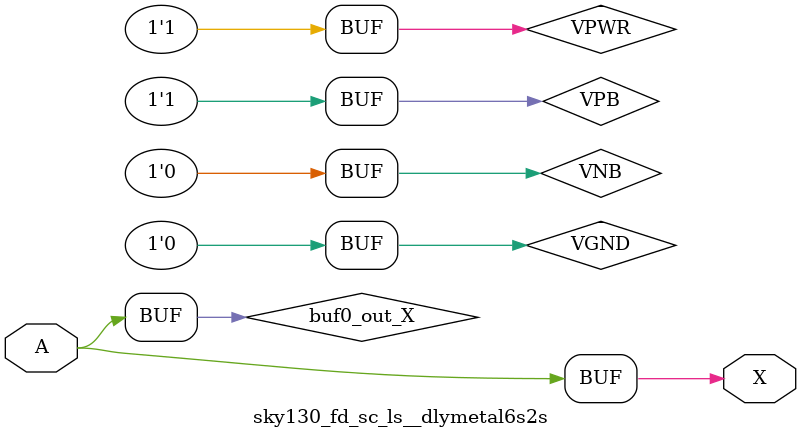
<source format=v>
/*
 * Copyright 2020 The SkyWater PDK Authors
 *
 * Licensed under the Apache License, Version 2.0 (the "License");
 * you may not use this file except in compliance with the License.
 * You may obtain a copy of the License at
 *
 *     https://www.apache.org/licenses/LICENSE-2.0
 *
 * Unless required by applicable law or agreed to in writing, software
 * distributed under the License is distributed on an "AS IS" BASIS,
 * WITHOUT WARRANTIES OR CONDITIONS OF ANY KIND, either express or implied.
 * See the License for the specific language governing permissions and
 * limitations under the License.
 *
 * SPDX-License-Identifier: Apache-2.0
*/


`ifndef SKY130_FD_SC_LS__DLYMETAL6S2S_TIMING_V
`define SKY130_FD_SC_LS__DLYMETAL6S2S_TIMING_V

/**
 * dlymetal6s2s: 6-inverter delay with output from 2nd stage on
 *               horizontal route.
 *
 * Verilog simulation timing model.
 */

`timescale 1ns / 1ps
`default_nettype none

`celldefine
module sky130_fd_sc_ls__dlymetal6s2s (
    X,
    A
);

    // Module ports
    output X;
    input  A;

    // Module supplies
    supply1 VPWR;
    supply0 VGND;
    supply1 VPB ;
    supply0 VNB ;

    // Local signals
    wire buf0_out_X;

    //  Name  Output      Other arguments
    buf buf0 (buf0_out_X, A              );
    buf buf1 (X         , buf0_out_X     );

endmodule
`endcelldefine

`default_nettype wire
`endif  // SKY130_FD_SC_LS__DLYMETAL6S2S_TIMING_V

</source>
